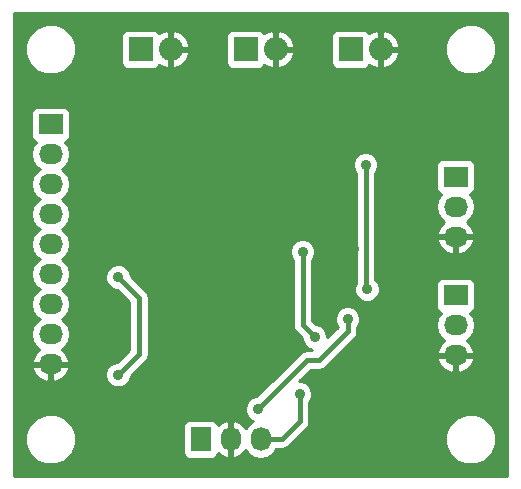
<source format=gbr>
G04 #@! TF.FileFunction,Copper,L2,Bot,Signal*
%FSLAX46Y46*%
G04 Gerber Fmt 4.6, Leading zero omitted, Abs format (unit mm)*
G04 Created by KiCad (PCBNEW (2014-11-23 BZR 5300)-product) date Tue 25 Nov 2014 12:27:08 AM EST*
%MOMM*%
G01*
G04 APERTURE LIST*
%ADD10C,0.100000*%
%ADD11R,2.032000X1.727200*%
%ADD12O,2.032000X1.727200*%
%ADD13R,1.727200X2.032000*%
%ADD14O,1.727200X2.032000*%
%ADD15R,2.032000X2.032000*%
%ADD16O,2.032000X2.032000*%
%ADD17C,0.889000*%
%ADD18C,0.406400*%
%ADD19C,0.254000*%
G04 APERTURE END LIST*
D10*
D11*
X191770000Y-102235000D03*
D12*
X191770000Y-104775000D03*
X191770000Y-107315000D03*
D11*
X191770000Y-112268000D03*
D12*
X191770000Y-114808000D03*
X191770000Y-117348000D03*
D13*
X170180000Y-124460000D03*
D14*
X172720000Y-124460000D03*
X175260000Y-124460000D03*
D11*
X157480000Y-97790000D03*
D12*
X157480000Y-100330000D03*
X157480000Y-102870000D03*
X157480000Y-105410000D03*
X157480000Y-107950000D03*
X157480000Y-110490000D03*
X157480000Y-113030000D03*
X157480000Y-115570000D03*
X157480000Y-118110000D03*
D15*
X165100000Y-91440000D03*
D16*
X167640000Y-91440000D03*
D15*
X173990000Y-91440000D03*
D16*
X176530000Y-91440000D03*
D15*
X182880000Y-91440000D03*
D16*
X185420000Y-91440000D03*
D17*
X163195000Y-110744000D03*
X163195000Y-118999000D03*
X168656000Y-109728000D03*
X186436000Y-97663000D03*
X168910000Y-97663000D03*
X175006000Y-97663000D03*
X178435000Y-99695000D03*
X183134000Y-108331000D03*
X184150000Y-119507000D03*
X184150000Y-101219000D03*
X184277000Y-111760000D03*
X182626000Y-114300000D03*
X175006000Y-121920000D03*
X178816000Y-108585000D03*
X179832000Y-115824000D03*
X178562000Y-120650000D03*
D18*
X164973000Y-112522000D02*
X163195000Y-110744000D01*
X164973000Y-117221000D02*
X164973000Y-112522000D01*
X163195000Y-118999000D02*
X164973000Y-117221000D01*
X186436000Y-97663000D02*
X186563000Y-97663000D01*
X184150000Y-111633000D02*
X184150000Y-101219000D01*
X184277000Y-111760000D02*
X184150000Y-111633000D01*
X182626000Y-115316000D02*
X182626000Y-114300000D01*
X180213000Y-117729000D02*
X182626000Y-115316000D01*
X179197000Y-117729000D02*
X180213000Y-117729000D01*
X175006000Y-121920000D02*
X179197000Y-117729000D01*
X178816000Y-114808000D02*
X178816000Y-108585000D01*
X179832000Y-115824000D02*
X178816000Y-114808000D01*
X175260000Y-124460000D02*
X177038000Y-124460000D01*
X178562000Y-122936000D02*
X178562000Y-120650000D01*
X177038000Y-124460000D02*
X178562000Y-122936000D01*
D19*
G36*
X196140000Y-127560000D02*
X195175240Y-127560000D01*
X195175240Y-124037211D01*
X195175240Y-91017211D01*
X194850910Y-90232273D01*
X194250886Y-89631200D01*
X193466515Y-89305501D01*
X192617211Y-89304760D01*
X191832273Y-89629090D01*
X191231200Y-90229114D01*
X190905501Y-91013485D01*
X190904760Y-91862789D01*
X191229090Y-92647727D01*
X191829114Y-93248800D01*
X192613485Y-93574499D01*
X193462789Y-93575240D01*
X194247727Y-93250910D01*
X194848800Y-92650886D01*
X195174499Y-91866515D01*
X195175240Y-91017211D01*
X195175240Y-124037211D01*
X194850910Y-123252273D01*
X194250886Y-122651200D01*
X193466515Y-122325501D01*
X193453345Y-122325489D01*
X193453345Y-114808000D01*
X193453345Y-104775000D01*
X193339271Y-104201511D01*
X193014415Y-103715330D01*
X192992219Y-103700499D01*
X193145698Y-103636927D01*
X193324327Y-103458299D01*
X193421000Y-103224910D01*
X193421000Y-102972291D01*
X193421000Y-101245091D01*
X193324327Y-101011702D01*
X193145699Y-100833073D01*
X192912310Y-100736400D01*
X192659691Y-100736400D01*
X190627691Y-100736400D01*
X190394302Y-100833073D01*
X190215673Y-101011701D01*
X190119000Y-101245090D01*
X190119000Y-101497709D01*
X190119000Y-103224909D01*
X190215673Y-103458298D01*
X190394301Y-103636927D01*
X190547779Y-103700500D01*
X190525585Y-103715330D01*
X190200729Y-104201511D01*
X190086655Y-104775000D01*
X190200729Y-105348489D01*
X190525585Y-105834670D01*
X190835069Y-106041460D01*
X190419268Y-106412964D01*
X190165291Y-106940209D01*
X190162642Y-106955974D01*
X190283783Y-107188000D01*
X191643000Y-107188000D01*
X191643000Y-107168000D01*
X191897000Y-107168000D01*
X191897000Y-107188000D01*
X193256217Y-107188000D01*
X193377358Y-106955974D01*
X193374709Y-106940209D01*
X193120732Y-106412964D01*
X192704930Y-106041460D01*
X193014415Y-105834670D01*
X193339271Y-105348489D01*
X193453345Y-104775000D01*
X193453345Y-114808000D01*
X193339271Y-114234511D01*
X193014415Y-113748330D01*
X192992219Y-113733499D01*
X193145698Y-113669927D01*
X193324327Y-113491299D01*
X193421000Y-113257910D01*
X193421000Y-113005291D01*
X193421000Y-111278091D01*
X193377358Y-111172730D01*
X193377358Y-107674026D01*
X193256217Y-107442000D01*
X191897000Y-107442000D01*
X191897000Y-108655924D01*
X192131913Y-108800184D01*
X192684320Y-108606954D01*
X193120732Y-108217036D01*
X193374709Y-107689791D01*
X193377358Y-107674026D01*
X193377358Y-111172730D01*
X193324327Y-111044702D01*
X193145699Y-110866073D01*
X192912310Y-110769400D01*
X192659691Y-110769400D01*
X191643000Y-110769400D01*
X191643000Y-108655924D01*
X191643000Y-107442000D01*
X190283783Y-107442000D01*
X190162642Y-107674026D01*
X190165291Y-107689791D01*
X190419268Y-108217036D01*
X190855680Y-108606954D01*
X191408087Y-108800184D01*
X191643000Y-108655924D01*
X191643000Y-110769400D01*
X190627691Y-110769400D01*
X190394302Y-110866073D01*
X190215673Y-111044701D01*
X190119000Y-111278090D01*
X190119000Y-111530709D01*
X190119000Y-113257909D01*
X190215673Y-113491298D01*
X190394301Y-113669927D01*
X190547779Y-113733500D01*
X190525585Y-113748330D01*
X190200729Y-114234511D01*
X190086655Y-114808000D01*
X190200729Y-115381489D01*
X190525585Y-115867670D01*
X190835069Y-116074460D01*
X190419268Y-116445964D01*
X190165291Y-116973209D01*
X190162642Y-116988974D01*
X190283783Y-117221000D01*
X191643000Y-117221000D01*
X191643000Y-117201000D01*
X191897000Y-117201000D01*
X191897000Y-117221000D01*
X193256217Y-117221000D01*
X193377358Y-116988974D01*
X193374709Y-116973209D01*
X193120732Y-116445964D01*
X192704930Y-116074460D01*
X193014415Y-115867670D01*
X193339271Y-115381489D01*
X193453345Y-114808000D01*
X193453345Y-122325489D01*
X193377358Y-122325423D01*
X193377358Y-117707026D01*
X193256217Y-117475000D01*
X191897000Y-117475000D01*
X191897000Y-118688924D01*
X192131913Y-118833184D01*
X192684320Y-118639954D01*
X193120732Y-118250036D01*
X193374709Y-117722791D01*
X193377358Y-117707026D01*
X193377358Y-122325423D01*
X192617211Y-122324760D01*
X191832273Y-122649090D01*
X191643000Y-122838032D01*
X191643000Y-118688924D01*
X191643000Y-117475000D01*
X190283783Y-117475000D01*
X190162642Y-117707026D01*
X190165291Y-117722791D01*
X190419268Y-118250036D01*
X190855680Y-118639954D01*
X191408087Y-118833184D01*
X191643000Y-118688924D01*
X191643000Y-122838032D01*
X191231200Y-123249114D01*
X190905501Y-124033485D01*
X190904760Y-124882789D01*
X191229090Y-125667727D01*
X191829114Y-126268800D01*
X192613485Y-126594499D01*
X193462789Y-126595240D01*
X194247727Y-126270910D01*
X194848800Y-125670886D01*
X195174499Y-124886515D01*
X195175240Y-124037211D01*
X195175240Y-127560000D01*
X187025975Y-127560000D01*
X187025975Y-91822944D01*
X187025975Y-91057056D01*
X186826385Y-90575182D01*
X186388379Y-90102812D01*
X185802946Y-89834017D01*
X185547000Y-89952633D01*
X185547000Y-91313000D01*
X186906836Y-91313000D01*
X187025975Y-91057056D01*
X187025975Y-91822944D01*
X186906836Y-91567000D01*
X185547000Y-91567000D01*
X185547000Y-92927367D01*
X185802946Y-93045983D01*
X186388379Y-92777188D01*
X186826385Y-92304818D01*
X187025975Y-91822944D01*
X187025975Y-127560000D01*
X185356687Y-127560000D01*
X185356687Y-111546216D01*
X185293000Y-111392081D01*
X185293000Y-92927367D01*
X185293000Y-91567000D01*
X185273000Y-91567000D01*
X185273000Y-91313000D01*
X185293000Y-91313000D01*
X185293000Y-89952633D01*
X185037054Y-89834017D01*
X184451621Y-90102812D01*
X184450692Y-90103812D01*
X184434327Y-90064302D01*
X184255699Y-89885673D01*
X184022310Y-89789000D01*
X183769691Y-89789000D01*
X181737691Y-89789000D01*
X181504302Y-89885673D01*
X181325673Y-90064301D01*
X181229000Y-90297690D01*
X181229000Y-90550309D01*
X181229000Y-92582309D01*
X181325673Y-92815698D01*
X181504301Y-92994327D01*
X181737690Y-93091000D01*
X181990309Y-93091000D01*
X184022309Y-93091000D01*
X184255698Y-92994327D01*
X184434327Y-92815699D01*
X184450693Y-92776187D01*
X184451621Y-92777188D01*
X185037054Y-93045983D01*
X185293000Y-92927367D01*
X185293000Y-111392081D01*
X185192689Y-111149311D01*
X184988200Y-110944464D01*
X184988200Y-101907574D01*
X185064622Y-101831286D01*
X185229313Y-101434668D01*
X185229687Y-101005216D01*
X185065689Y-100608311D01*
X184762286Y-100304378D01*
X184365668Y-100139687D01*
X183936216Y-100139313D01*
X183539311Y-100303311D01*
X183235378Y-100606714D01*
X183070687Y-101003332D01*
X183070313Y-101432784D01*
X183234311Y-101829689D01*
X183311800Y-101907313D01*
X183311800Y-111269518D01*
X183197687Y-111544332D01*
X183197313Y-111973784D01*
X183361311Y-112370689D01*
X183664714Y-112674622D01*
X184061332Y-112839313D01*
X184490784Y-112839687D01*
X184887689Y-112675689D01*
X185191622Y-112372286D01*
X185356313Y-111975668D01*
X185356687Y-111546216D01*
X185356687Y-127560000D01*
X183705687Y-127560000D01*
X183705687Y-114086216D01*
X183541689Y-113689311D01*
X183238286Y-113385378D01*
X182841668Y-113220687D01*
X182412216Y-113220313D01*
X182015311Y-113384311D01*
X181711378Y-113687714D01*
X181546687Y-114084332D01*
X181546313Y-114513784D01*
X181710311Y-114910689D01*
X181778054Y-114978551D01*
X180911482Y-115845123D01*
X180911687Y-115610216D01*
X180747689Y-115213311D01*
X180444286Y-114909378D01*
X180047668Y-114744687D01*
X179937985Y-114744591D01*
X179654200Y-114460806D01*
X179654200Y-109273574D01*
X179730622Y-109197286D01*
X179895313Y-108800668D01*
X179895687Y-108371216D01*
X179731689Y-107974311D01*
X179428286Y-107670378D01*
X179031668Y-107505687D01*
X178602216Y-107505313D01*
X178205311Y-107669311D01*
X178135975Y-107738526D01*
X178135975Y-91822944D01*
X178135975Y-91057056D01*
X177936385Y-90575182D01*
X177498379Y-90102812D01*
X176912946Y-89834017D01*
X176657000Y-89952633D01*
X176657000Y-91313000D01*
X178016836Y-91313000D01*
X178135975Y-91057056D01*
X178135975Y-91822944D01*
X178016836Y-91567000D01*
X176657000Y-91567000D01*
X176657000Y-92927367D01*
X176912946Y-93045983D01*
X177498379Y-92777188D01*
X177936385Y-92304818D01*
X178135975Y-91822944D01*
X178135975Y-107738526D01*
X177901378Y-107972714D01*
X177736687Y-108369332D01*
X177736313Y-108798784D01*
X177900311Y-109195689D01*
X177977800Y-109273313D01*
X177977800Y-114808000D01*
X178041604Y-115128766D01*
X178223303Y-115400697D01*
X178752407Y-115929801D01*
X178752313Y-116037784D01*
X178916311Y-116434689D01*
X179219714Y-116738622D01*
X179586197Y-116890800D01*
X179197000Y-116890800D01*
X178876234Y-116954604D01*
X178604303Y-117136303D01*
X176403000Y-119337605D01*
X176403000Y-92927367D01*
X176403000Y-91567000D01*
X176383000Y-91567000D01*
X176383000Y-91313000D01*
X176403000Y-91313000D01*
X176403000Y-89952633D01*
X176147054Y-89834017D01*
X175561621Y-90102812D01*
X175560692Y-90103812D01*
X175544327Y-90064302D01*
X175365699Y-89885673D01*
X175132310Y-89789000D01*
X174879691Y-89789000D01*
X172847691Y-89789000D01*
X172614302Y-89885673D01*
X172435673Y-90064301D01*
X172339000Y-90297690D01*
X172339000Y-90550309D01*
X172339000Y-92582309D01*
X172435673Y-92815698D01*
X172614301Y-92994327D01*
X172847690Y-93091000D01*
X173100309Y-93091000D01*
X175132309Y-93091000D01*
X175365698Y-92994327D01*
X175544327Y-92815699D01*
X175560693Y-92776187D01*
X175561621Y-92777188D01*
X176147054Y-93045983D01*
X176403000Y-92927367D01*
X176403000Y-119337605D01*
X174900198Y-120840407D01*
X174792216Y-120840313D01*
X174395311Y-121004311D01*
X174091378Y-121307714D01*
X173926687Y-121704332D01*
X173926313Y-122133784D01*
X174090311Y-122530689D01*
X174393714Y-122834622D01*
X174626078Y-122931108D01*
X174200330Y-123215585D01*
X173993539Y-123525069D01*
X173622036Y-123109268D01*
X173094791Y-122855291D01*
X173079026Y-122852642D01*
X172847000Y-122973783D01*
X172847000Y-124333000D01*
X172867000Y-124333000D01*
X172867000Y-124587000D01*
X172847000Y-124587000D01*
X172847000Y-125946217D01*
X173079026Y-126067358D01*
X173094791Y-126064709D01*
X173622036Y-125810732D01*
X173993539Y-125394930D01*
X174200330Y-125704415D01*
X174686511Y-126029271D01*
X175260000Y-126143345D01*
X175833489Y-126029271D01*
X176319670Y-125704415D01*
X176591094Y-125298200D01*
X177038000Y-125298200D01*
X177358765Y-125234396D01*
X177358766Y-125234396D01*
X177630697Y-125052697D01*
X179154697Y-123528697D01*
X179336395Y-123256766D01*
X179336396Y-123256765D01*
X179400200Y-122936000D01*
X179400200Y-121338574D01*
X179476622Y-121262286D01*
X179641313Y-120865668D01*
X179641687Y-120436216D01*
X179477689Y-120039311D01*
X179174286Y-119735378D01*
X178777668Y-119570687D01*
X178540913Y-119570480D01*
X179544194Y-118567200D01*
X180213000Y-118567200D01*
X180533765Y-118503396D01*
X180533766Y-118503396D01*
X180805697Y-118321697D01*
X183218697Y-115908697D01*
X183400396Y-115636766D01*
X183400396Y-115636765D01*
X183464200Y-115316000D01*
X183464200Y-114988574D01*
X183540622Y-114912286D01*
X183705313Y-114515668D01*
X183705687Y-114086216D01*
X183705687Y-127560000D01*
X172593000Y-127560000D01*
X172593000Y-125946217D01*
X172593000Y-124587000D01*
X172573000Y-124587000D01*
X172573000Y-124333000D01*
X172593000Y-124333000D01*
X172593000Y-122973783D01*
X172360974Y-122852642D01*
X172345209Y-122855291D01*
X171817964Y-123109268D01*
X171663758Y-123281860D01*
X171581927Y-123084302D01*
X171403299Y-122905673D01*
X171169910Y-122809000D01*
X170917291Y-122809000D01*
X169245975Y-122809000D01*
X169245975Y-91822944D01*
X169245975Y-91057056D01*
X169046385Y-90575182D01*
X168608379Y-90102812D01*
X168022946Y-89834017D01*
X167767000Y-89952633D01*
X167767000Y-91313000D01*
X169126836Y-91313000D01*
X169245975Y-91057056D01*
X169245975Y-91822944D01*
X169126836Y-91567000D01*
X167767000Y-91567000D01*
X167767000Y-92927367D01*
X168022946Y-93045983D01*
X168608379Y-92777188D01*
X169046385Y-92304818D01*
X169245975Y-91822944D01*
X169245975Y-122809000D01*
X169190091Y-122809000D01*
X168956702Y-122905673D01*
X168778073Y-123084301D01*
X168681400Y-123317690D01*
X168681400Y-123570309D01*
X168681400Y-125602309D01*
X168778073Y-125835698D01*
X168956701Y-126014327D01*
X169190090Y-126111000D01*
X169442709Y-126111000D01*
X171169909Y-126111000D01*
X171403298Y-126014327D01*
X171581927Y-125835699D01*
X171663758Y-125638139D01*
X171817964Y-125810732D01*
X172345209Y-126064709D01*
X172360974Y-126067358D01*
X172593000Y-125946217D01*
X172593000Y-127560000D01*
X167513000Y-127560000D01*
X167513000Y-92927367D01*
X167513000Y-91567000D01*
X167493000Y-91567000D01*
X167493000Y-91313000D01*
X167513000Y-91313000D01*
X167513000Y-89952633D01*
X167257054Y-89834017D01*
X166671621Y-90102812D01*
X166670692Y-90103812D01*
X166654327Y-90064302D01*
X166475699Y-89885673D01*
X166242310Y-89789000D01*
X165989691Y-89789000D01*
X163957691Y-89789000D01*
X163724302Y-89885673D01*
X163545673Y-90064301D01*
X163449000Y-90297690D01*
X163449000Y-90550309D01*
X163449000Y-92582309D01*
X163545673Y-92815698D01*
X163724301Y-92994327D01*
X163957690Y-93091000D01*
X164210309Y-93091000D01*
X166242309Y-93091000D01*
X166475698Y-92994327D01*
X166654327Y-92815699D01*
X166670693Y-92776187D01*
X166671621Y-92777188D01*
X167257054Y-93045983D01*
X167513000Y-92927367D01*
X167513000Y-127560000D01*
X165811200Y-127560000D01*
X165811200Y-117221000D01*
X165811200Y-112522000D01*
X165747396Y-112201235D01*
X165565697Y-111929303D01*
X164274592Y-110638198D01*
X164274687Y-110530216D01*
X164110689Y-110133311D01*
X163807286Y-109829378D01*
X163410668Y-109664687D01*
X162981216Y-109664313D01*
X162584311Y-109828311D01*
X162280378Y-110131714D01*
X162115687Y-110528332D01*
X162115313Y-110957784D01*
X162279311Y-111354689D01*
X162582714Y-111658622D01*
X162979332Y-111823313D01*
X163089014Y-111823408D01*
X164134800Y-112869194D01*
X164134800Y-116873806D01*
X163089198Y-117919407D01*
X162981216Y-117919313D01*
X162584311Y-118083311D01*
X162280378Y-118386714D01*
X162115687Y-118783332D01*
X162115313Y-119212784D01*
X162279311Y-119609689D01*
X162582714Y-119913622D01*
X162979332Y-120078313D01*
X163408784Y-120078687D01*
X163805689Y-119914689D01*
X164109622Y-119611286D01*
X164274313Y-119214668D01*
X164274408Y-119104985D01*
X165565697Y-117813697D01*
X165747396Y-117541765D01*
X165811200Y-117221000D01*
X165811200Y-127560000D01*
X159615240Y-127560000D01*
X159615240Y-124037211D01*
X159615240Y-91017211D01*
X159290910Y-90232273D01*
X158690886Y-89631200D01*
X157906515Y-89305501D01*
X157057211Y-89304760D01*
X156272273Y-89629090D01*
X155671200Y-90229114D01*
X155345501Y-91013485D01*
X155344760Y-91862789D01*
X155669090Y-92647727D01*
X156269114Y-93248800D01*
X157053485Y-93574499D01*
X157902789Y-93575240D01*
X158687727Y-93250910D01*
X159288800Y-92650886D01*
X159614499Y-91866515D01*
X159615240Y-91017211D01*
X159615240Y-124037211D01*
X159290910Y-123252273D01*
X159163345Y-123124484D01*
X159163345Y-115570000D01*
X159049271Y-114996511D01*
X158724415Y-114510330D01*
X158409634Y-114300000D01*
X158724415Y-114089670D01*
X159049271Y-113603489D01*
X159163345Y-113030000D01*
X159049271Y-112456511D01*
X158724415Y-111970330D01*
X158409634Y-111760000D01*
X158724415Y-111549670D01*
X159049271Y-111063489D01*
X159163345Y-110490000D01*
X159049271Y-109916511D01*
X158724415Y-109430330D01*
X158409634Y-109220000D01*
X158724415Y-109009670D01*
X159049271Y-108523489D01*
X159163345Y-107950000D01*
X159049271Y-107376511D01*
X158724415Y-106890330D01*
X158409634Y-106680000D01*
X158724415Y-106469670D01*
X159049271Y-105983489D01*
X159163345Y-105410000D01*
X159049271Y-104836511D01*
X158724415Y-104350330D01*
X158409634Y-104140000D01*
X158724415Y-103929670D01*
X159049271Y-103443489D01*
X159163345Y-102870000D01*
X159049271Y-102296511D01*
X158724415Y-101810330D01*
X158409634Y-101600000D01*
X158724415Y-101389670D01*
X159049271Y-100903489D01*
X159163345Y-100330000D01*
X159049271Y-99756511D01*
X158724415Y-99270330D01*
X158702219Y-99255499D01*
X158855698Y-99191927D01*
X159034327Y-99013299D01*
X159131000Y-98779910D01*
X159131000Y-98527291D01*
X159131000Y-96800091D01*
X159034327Y-96566702D01*
X158855699Y-96388073D01*
X158622310Y-96291400D01*
X158369691Y-96291400D01*
X156337691Y-96291400D01*
X156104302Y-96388073D01*
X155925673Y-96566701D01*
X155829000Y-96800090D01*
X155829000Y-97052709D01*
X155829000Y-98779909D01*
X155925673Y-99013298D01*
X156104301Y-99191927D01*
X156257779Y-99255500D01*
X156235585Y-99270330D01*
X155910729Y-99756511D01*
X155796655Y-100330000D01*
X155910729Y-100903489D01*
X156235585Y-101389670D01*
X156550365Y-101600000D01*
X156235585Y-101810330D01*
X155910729Y-102296511D01*
X155796655Y-102870000D01*
X155910729Y-103443489D01*
X156235585Y-103929670D01*
X156550365Y-104140000D01*
X156235585Y-104350330D01*
X155910729Y-104836511D01*
X155796655Y-105410000D01*
X155910729Y-105983489D01*
X156235585Y-106469670D01*
X156550365Y-106680000D01*
X156235585Y-106890330D01*
X155910729Y-107376511D01*
X155796655Y-107950000D01*
X155910729Y-108523489D01*
X156235585Y-109009670D01*
X156550365Y-109220000D01*
X156235585Y-109430330D01*
X155910729Y-109916511D01*
X155796655Y-110490000D01*
X155910729Y-111063489D01*
X156235585Y-111549670D01*
X156550365Y-111760000D01*
X156235585Y-111970330D01*
X155910729Y-112456511D01*
X155796655Y-113030000D01*
X155910729Y-113603489D01*
X156235585Y-114089670D01*
X156550365Y-114300000D01*
X156235585Y-114510330D01*
X155910729Y-114996511D01*
X155796655Y-115570000D01*
X155910729Y-116143489D01*
X156235585Y-116629670D01*
X156545069Y-116836460D01*
X156129268Y-117207964D01*
X155875291Y-117735209D01*
X155872642Y-117750974D01*
X155993783Y-117983000D01*
X157353000Y-117983000D01*
X157353000Y-117963000D01*
X157607000Y-117963000D01*
X157607000Y-117983000D01*
X158966217Y-117983000D01*
X159087358Y-117750974D01*
X159084709Y-117735209D01*
X158830732Y-117207964D01*
X158414930Y-116836460D01*
X158724415Y-116629670D01*
X159049271Y-116143489D01*
X159163345Y-115570000D01*
X159163345Y-123124484D01*
X159087358Y-123048365D01*
X159087358Y-118469026D01*
X158966217Y-118237000D01*
X157607000Y-118237000D01*
X157607000Y-119450924D01*
X157841913Y-119595184D01*
X158394320Y-119401954D01*
X158830732Y-119012036D01*
X159084709Y-118484791D01*
X159087358Y-118469026D01*
X159087358Y-123048365D01*
X158690886Y-122651200D01*
X157906515Y-122325501D01*
X157353000Y-122325018D01*
X157353000Y-119450924D01*
X157353000Y-118237000D01*
X155993783Y-118237000D01*
X155872642Y-118469026D01*
X155875291Y-118484791D01*
X156129268Y-119012036D01*
X156565680Y-119401954D01*
X157118087Y-119595184D01*
X157353000Y-119450924D01*
X157353000Y-122325018D01*
X157057211Y-122324760D01*
X156272273Y-122649090D01*
X155671200Y-123249114D01*
X155345501Y-124033485D01*
X155344760Y-124882789D01*
X155669090Y-125667727D01*
X156269114Y-126268800D01*
X157053485Y-126594499D01*
X157902789Y-126595240D01*
X158687727Y-126270910D01*
X159288800Y-125670886D01*
X159614499Y-124886515D01*
X159615240Y-124037211D01*
X159615240Y-127560000D01*
X154380000Y-127560000D01*
X154380000Y-88340000D01*
X196140000Y-88340000D01*
X196140000Y-127560000D01*
X196140000Y-127560000D01*
G37*
X196140000Y-127560000D02*
X195175240Y-127560000D01*
X195175240Y-124037211D01*
X195175240Y-91017211D01*
X194850910Y-90232273D01*
X194250886Y-89631200D01*
X193466515Y-89305501D01*
X192617211Y-89304760D01*
X191832273Y-89629090D01*
X191231200Y-90229114D01*
X190905501Y-91013485D01*
X190904760Y-91862789D01*
X191229090Y-92647727D01*
X191829114Y-93248800D01*
X192613485Y-93574499D01*
X193462789Y-93575240D01*
X194247727Y-93250910D01*
X194848800Y-92650886D01*
X195174499Y-91866515D01*
X195175240Y-91017211D01*
X195175240Y-124037211D01*
X194850910Y-123252273D01*
X194250886Y-122651200D01*
X193466515Y-122325501D01*
X193453345Y-122325489D01*
X193453345Y-114808000D01*
X193453345Y-104775000D01*
X193339271Y-104201511D01*
X193014415Y-103715330D01*
X192992219Y-103700499D01*
X193145698Y-103636927D01*
X193324327Y-103458299D01*
X193421000Y-103224910D01*
X193421000Y-102972291D01*
X193421000Y-101245091D01*
X193324327Y-101011702D01*
X193145699Y-100833073D01*
X192912310Y-100736400D01*
X192659691Y-100736400D01*
X190627691Y-100736400D01*
X190394302Y-100833073D01*
X190215673Y-101011701D01*
X190119000Y-101245090D01*
X190119000Y-101497709D01*
X190119000Y-103224909D01*
X190215673Y-103458298D01*
X190394301Y-103636927D01*
X190547779Y-103700500D01*
X190525585Y-103715330D01*
X190200729Y-104201511D01*
X190086655Y-104775000D01*
X190200729Y-105348489D01*
X190525585Y-105834670D01*
X190835069Y-106041460D01*
X190419268Y-106412964D01*
X190165291Y-106940209D01*
X190162642Y-106955974D01*
X190283783Y-107188000D01*
X191643000Y-107188000D01*
X191643000Y-107168000D01*
X191897000Y-107168000D01*
X191897000Y-107188000D01*
X193256217Y-107188000D01*
X193377358Y-106955974D01*
X193374709Y-106940209D01*
X193120732Y-106412964D01*
X192704930Y-106041460D01*
X193014415Y-105834670D01*
X193339271Y-105348489D01*
X193453345Y-104775000D01*
X193453345Y-114808000D01*
X193339271Y-114234511D01*
X193014415Y-113748330D01*
X192992219Y-113733499D01*
X193145698Y-113669927D01*
X193324327Y-113491299D01*
X193421000Y-113257910D01*
X193421000Y-113005291D01*
X193421000Y-111278091D01*
X193377358Y-111172730D01*
X193377358Y-107674026D01*
X193256217Y-107442000D01*
X191897000Y-107442000D01*
X191897000Y-108655924D01*
X192131913Y-108800184D01*
X192684320Y-108606954D01*
X193120732Y-108217036D01*
X193374709Y-107689791D01*
X193377358Y-107674026D01*
X193377358Y-111172730D01*
X193324327Y-111044702D01*
X193145699Y-110866073D01*
X192912310Y-110769400D01*
X192659691Y-110769400D01*
X191643000Y-110769400D01*
X191643000Y-108655924D01*
X191643000Y-107442000D01*
X190283783Y-107442000D01*
X190162642Y-107674026D01*
X190165291Y-107689791D01*
X190419268Y-108217036D01*
X190855680Y-108606954D01*
X191408087Y-108800184D01*
X191643000Y-108655924D01*
X191643000Y-110769400D01*
X190627691Y-110769400D01*
X190394302Y-110866073D01*
X190215673Y-111044701D01*
X190119000Y-111278090D01*
X190119000Y-111530709D01*
X190119000Y-113257909D01*
X190215673Y-113491298D01*
X190394301Y-113669927D01*
X190547779Y-113733500D01*
X190525585Y-113748330D01*
X190200729Y-114234511D01*
X190086655Y-114808000D01*
X190200729Y-115381489D01*
X190525585Y-115867670D01*
X190835069Y-116074460D01*
X190419268Y-116445964D01*
X190165291Y-116973209D01*
X190162642Y-116988974D01*
X190283783Y-117221000D01*
X191643000Y-117221000D01*
X191643000Y-117201000D01*
X191897000Y-117201000D01*
X191897000Y-117221000D01*
X193256217Y-117221000D01*
X193377358Y-116988974D01*
X193374709Y-116973209D01*
X193120732Y-116445964D01*
X192704930Y-116074460D01*
X193014415Y-115867670D01*
X193339271Y-115381489D01*
X193453345Y-114808000D01*
X193453345Y-122325489D01*
X193377358Y-122325423D01*
X193377358Y-117707026D01*
X193256217Y-117475000D01*
X191897000Y-117475000D01*
X191897000Y-118688924D01*
X192131913Y-118833184D01*
X192684320Y-118639954D01*
X193120732Y-118250036D01*
X193374709Y-117722791D01*
X193377358Y-117707026D01*
X193377358Y-122325423D01*
X192617211Y-122324760D01*
X191832273Y-122649090D01*
X191643000Y-122838032D01*
X191643000Y-118688924D01*
X191643000Y-117475000D01*
X190283783Y-117475000D01*
X190162642Y-117707026D01*
X190165291Y-117722791D01*
X190419268Y-118250036D01*
X190855680Y-118639954D01*
X191408087Y-118833184D01*
X191643000Y-118688924D01*
X191643000Y-122838032D01*
X191231200Y-123249114D01*
X190905501Y-124033485D01*
X190904760Y-124882789D01*
X191229090Y-125667727D01*
X191829114Y-126268800D01*
X192613485Y-126594499D01*
X193462789Y-126595240D01*
X194247727Y-126270910D01*
X194848800Y-125670886D01*
X195174499Y-124886515D01*
X195175240Y-124037211D01*
X195175240Y-127560000D01*
X187025975Y-127560000D01*
X187025975Y-91822944D01*
X187025975Y-91057056D01*
X186826385Y-90575182D01*
X186388379Y-90102812D01*
X185802946Y-89834017D01*
X185547000Y-89952633D01*
X185547000Y-91313000D01*
X186906836Y-91313000D01*
X187025975Y-91057056D01*
X187025975Y-91822944D01*
X186906836Y-91567000D01*
X185547000Y-91567000D01*
X185547000Y-92927367D01*
X185802946Y-93045983D01*
X186388379Y-92777188D01*
X186826385Y-92304818D01*
X187025975Y-91822944D01*
X187025975Y-127560000D01*
X185356687Y-127560000D01*
X185356687Y-111546216D01*
X185293000Y-111392081D01*
X185293000Y-92927367D01*
X185293000Y-91567000D01*
X185273000Y-91567000D01*
X185273000Y-91313000D01*
X185293000Y-91313000D01*
X185293000Y-89952633D01*
X185037054Y-89834017D01*
X184451621Y-90102812D01*
X184450692Y-90103812D01*
X184434327Y-90064302D01*
X184255699Y-89885673D01*
X184022310Y-89789000D01*
X183769691Y-89789000D01*
X181737691Y-89789000D01*
X181504302Y-89885673D01*
X181325673Y-90064301D01*
X181229000Y-90297690D01*
X181229000Y-90550309D01*
X181229000Y-92582309D01*
X181325673Y-92815698D01*
X181504301Y-92994327D01*
X181737690Y-93091000D01*
X181990309Y-93091000D01*
X184022309Y-93091000D01*
X184255698Y-92994327D01*
X184434327Y-92815699D01*
X184450693Y-92776187D01*
X184451621Y-92777188D01*
X185037054Y-93045983D01*
X185293000Y-92927367D01*
X185293000Y-111392081D01*
X185192689Y-111149311D01*
X184988200Y-110944464D01*
X184988200Y-101907574D01*
X185064622Y-101831286D01*
X185229313Y-101434668D01*
X185229687Y-101005216D01*
X185065689Y-100608311D01*
X184762286Y-100304378D01*
X184365668Y-100139687D01*
X183936216Y-100139313D01*
X183539311Y-100303311D01*
X183235378Y-100606714D01*
X183070687Y-101003332D01*
X183070313Y-101432784D01*
X183234311Y-101829689D01*
X183311800Y-101907313D01*
X183311800Y-111269518D01*
X183197687Y-111544332D01*
X183197313Y-111973784D01*
X183361311Y-112370689D01*
X183664714Y-112674622D01*
X184061332Y-112839313D01*
X184490784Y-112839687D01*
X184887689Y-112675689D01*
X185191622Y-112372286D01*
X185356313Y-111975668D01*
X185356687Y-111546216D01*
X185356687Y-127560000D01*
X183705687Y-127560000D01*
X183705687Y-114086216D01*
X183541689Y-113689311D01*
X183238286Y-113385378D01*
X182841668Y-113220687D01*
X182412216Y-113220313D01*
X182015311Y-113384311D01*
X181711378Y-113687714D01*
X181546687Y-114084332D01*
X181546313Y-114513784D01*
X181710311Y-114910689D01*
X181778054Y-114978551D01*
X180911482Y-115845123D01*
X180911687Y-115610216D01*
X180747689Y-115213311D01*
X180444286Y-114909378D01*
X180047668Y-114744687D01*
X179937985Y-114744591D01*
X179654200Y-114460806D01*
X179654200Y-109273574D01*
X179730622Y-109197286D01*
X179895313Y-108800668D01*
X179895687Y-108371216D01*
X179731689Y-107974311D01*
X179428286Y-107670378D01*
X179031668Y-107505687D01*
X178602216Y-107505313D01*
X178205311Y-107669311D01*
X178135975Y-107738526D01*
X178135975Y-91822944D01*
X178135975Y-91057056D01*
X177936385Y-90575182D01*
X177498379Y-90102812D01*
X176912946Y-89834017D01*
X176657000Y-89952633D01*
X176657000Y-91313000D01*
X178016836Y-91313000D01*
X178135975Y-91057056D01*
X178135975Y-91822944D01*
X178016836Y-91567000D01*
X176657000Y-91567000D01*
X176657000Y-92927367D01*
X176912946Y-93045983D01*
X177498379Y-92777188D01*
X177936385Y-92304818D01*
X178135975Y-91822944D01*
X178135975Y-107738526D01*
X177901378Y-107972714D01*
X177736687Y-108369332D01*
X177736313Y-108798784D01*
X177900311Y-109195689D01*
X177977800Y-109273313D01*
X177977800Y-114808000D01*
X178041604Y-115128766D01*
X178223303Y-115400697D01*
X178752407Y-115929801D01*
X178752313Y-116037784D01*
X178916311Y-116434689D01*
X179219714Y-116738622D01*
X179586197Y-116890800D01*
X179197000Y-116890800D01*
X178876234Y-116954604D01*
X178604303Y-117136303D01*
X176403000Y-119337605D01*
X176403000Y-92927367D01*
X176403000Y-91567000D01*
X176383000Y-91567000D01*
X176383000Y-91313000D01*
X176403000Y-91313000D01*
X176403000Y-89952633D01*
X176147054Y-89834017D01*
X175561621Y-90102812D01*
X175560692Y-90103812D01*
X175544327Y-90064302D01*
X175365699Y-89885673D01*
X175132310Y-89789000D01*
X174879691Y-89789000D01*
X172847691Y-89789000D01*
X172614302Y-89885673D01*
X172435673Y-90064301D01*
X172339000Y-90297690D01*
X172339000Y-90550309D01*
X172339000Y-92582309D01*
X172435673Y-92815698D01*
X172614301Y-92994327D01*
X172847690Y-93091000D01*
X173100309Y-93091000D01*
X175132309Y-93091000D01*
X175365698Y-92994327D01*
X175544327Y-92815699D01*
X175560693Y-92776187D01*
X175561621Y-92777188D01*
X176147054Y-93045983D01*
X176403000Y-92927367D01*
X176403000Y-119337605D01*
X174900198Y-120840407D01*
X174792216Y-120840313D01*
X174395311Y-121004311D01*
X174091378Y-121307714D01*
X173926687Y-121704332D01*
X173926313Y-122133784D01*
X174090311Y-122530689D01*
X174393714Y-122834622D01*
X174626078Y-122931108D01*
X174200330Y-123215585D01*
X173993539Y-123525069D01*
X173622036Y-123109268D01*
X173094791Y-122855291D01*
X173079026Y-122852642D01*
X172847000Y-122973783D01*
X172847000Y-124333000D01*
X172867000Y-124333000D01*
X172867000Y-124587000D01*
X172847000Y-124587000D01*
X172847000Y-125946217D01*
X173079026Y-126067358D01*
X173094791Y-126064709D01*
X173622036Y-125810732D01*
X173993539Y-125394930D01*
X174200330Y-125704415D01*
X174686511Y-126029271D01*
X175260000Y-126143345D01*
X175833489Y-126029271D01*
X176319670Y-125704415D01*
X176591094Y-125298200D01*
X177038000Y-125298200D01*
X177358765Y-125234396D01*
X177358766Y-125234396D01*
X177630697Y-125052697D01*
X179154697Y-123528697D01*
X179336395Y-123256766D01*
X179336396Y-123256765D01*
X179400200Y-122936000D01*
X179400200Y-121338574D01*
X179476622Y-121262286D01*
X179641313Y-120865668D01*
X179641687Y-120436216D01*
X179477689Y-120039311D01*
X179174286Y-119735378D01*
X178777668Y-119570687D01*
X178540913Y-119570480D01*
X179544194Y-118567200D01*
X180213000Y-118567200D01*
X180533765Y-118503396D01*
X180533766Y-118503396D01*
X180805697Y-118321697D01*
X183218697Y-115908697D01*
X183400396Y-115636766D01*
X183400396Y-115636765D01*
X183464200Y-115316000D01*
X183464200Y-114988574D01*
X183540622Y-114912286D01*
X183705313Y-114515668D01*
X183705687Y-114086216D01*
X183705687Y-127560000D01*
X172593000Y-127560000D01*
X172593000Y-125946217D01*
X172593000Y-124587000D01*
X172573000Y-124587000D01*
X172573000Y-124333000D01*
X172593000Y-124333000D01*
X172593000Y-122973783D01*
X172360974Y-122852642D01*
X172345209Y-122855291D01*
X171817964Y-123109268D01*
X171663758Y-123281860D01*
X171581927Y-123084302D01*
X171403299Y-122905673D01*
X171169910Y-122809000D01*
X170917291Y-122809000D01*
X169245975Y-122809000D01*
X169245975Y-91822944D01*
X169245975Y-91057056D01*
X169046385Y-90575182D01*
X168608379Y-90102812D01*
X168022946Y-89834017D01*
X167767000Y-89952633D01*
X167767000Y-91313000D01*
X169126836Y-91313000D01*
X169245975Y-91057056D01*
X169245975Y-91822944D01*
X169126836Y-91567000D01*
X167767000Y-91567000D01*
X167767000Y-92927367D01*
X168022946Y-93045983D01*
X168608379Y-92777188D01*
X169046385Y-92304818D01*
X169245975Y-91822944D01*
X169245975Y-122809000D01*
X169190091Y-122809000D01*
X168956702Y-122905673D01*
X168778073Y-123084301D01*
X168681400Y-123317690D01*
X168681400Y-123570309D01*
X168681400Y-125602309D01*
X168778073Y-125835698D01*
X168956701Y-126014327D01*
X169190090Y-126111000D01*
X169442709Y-126111000D01*
X171169909Y-126111000D01*
X171403298Y-126014327D01*
X171581927Y-125835699D01*
X171663758Y-125638139D01*
X171817964Y-125810732D01*
X172345209Y-126064709D01*
X172360974Y-126067358D01*
X172593000Y-125946217D01*
X172593000Y-127560000D01*
X167513000Y-127560000D01*
X167513000Y-92927367D01*
X167513000Y-91567000D01*
X167493000Y-91567000D01*
X167493000Y-91313000D01*
X167513000Y-91313000D01*
X167513000Y-89952633D01*
X167257054Y-89834017D01*
X166671621Y-90102812D01*
X166670692Y-90103812D01*
X166654327Y-90064302D01*
X166475699Y-89885673D01*
X166242310Y-89789000D01*
X165989691Y-89789000D01*
X163957691Y-89789000D01*
X163724302Y-89885673D01*
X163545673Y-90064301D01*
X163449000Y-90297690D01*
X163449000Y-90550309D01*
X163449000Y-92582309D01*
X163545673Y-92815698D01*
X163724301Y-92994327D01*
X163957690Y-93091000D01*
X164210309Y-93091000D01*
X166242309Y-93091000D01*
X166475698Y-92994327D01*
X166654327Y-92815699D01*
X166670693Y-92776187D01*
X166671621Y-92777188D01*
X167257054Y-93045983D01*
X167513000Y-92927367D01*
X167513000Y-127560000D01*
X165811200Y-127560000D01*
X165811200Y-117221000D01*
X165811200Y-112522000D01*
X165747396Y-112201235D01*
X165565697Y-111929303D01*
X164274592Y-110638198D01*
X164274687Y-110530216D01*
X164110689Y-110133311D01*
X163807286Y-109829378D01*
X163410668Y-109664687D01*
X162981216Y-109664313D01*
X162584311Y-109828311D01*
X162280378Y-110131714D01*
X162115687Y-110528332D01*
X162115313Y-110957784D01*
X162279311Y-111354689D01*
X162582714Y-111658622D01*
X162979332Y-111823313D01*
X163089014Y-111823408D01*
X164134800Y-112869194D01*
X164134800Y-116873806D01*
X163089198Y-117919407D01*
X162981216Y-117919313D01*
X162584311Y-118083311D01*
X162280378Y-118386714D01*
X162115687Y-118783332D01*
X162115313Y-119212784D01*
X162279311Y-119609689D01*
X162582714Y-119913622D01*
X162979332Y-120078313D01*
X163408784Y-120078687D01*
X163805689Y-119914689D01*
X164109622Y-119611286D01*
X164274313Y-119214668D01*
X164274408Y-119104985D01*
X165565697Y-117813697D01*
X165747396Y-117541765D01*
X165811200Y-117221000D01*
X165811200Y-127560000D01*
X159615240Y-127560000D01*
X159615240Y-124037211D01*
X159615240Y-91017211D01*
X159290910Y-90232273D01*
X158690886Y-89631200D01*
X157906515Y-89305501D01*
X157057211Y-89304760D01*
X156272273Y-89629090D01*
X155671200Y-90229114D01*
X155345501Y-91013485D01*
X155344760Y-91862789D01*
X155669090Y-92647727D01*
X156269114Y-93248800D01*
X157053485Y-93574499D01*
X157902789Y-93575240D01*
X158687727Y-93250910D01*
X159288800Y-92650886D01*
X159614499Y-91866515D01*
X159615240Y-91017211D01*
X159615240Y-124037211D01*
X159290910Y-123252273D01*
X159163345Y-123124484D01*
X159163345Y-115570000D01*
X159049271Y-114996511D01*
X158724415Y-114510330D01*
X158409634Y-114300000D01*
X158724415Y-114089670D01*
X159049271Y-113603489D01*
X159163345Y-113030000D01*
X159049271Y-112456511D01*
X158724415Y-111970330D01*
X158409634Y-111760000D01*
X158724415Y-111549670D01*
X159049271Y-111063489D01*
X159163345Y-110490000D01*
X159049271Y-109916511D01*
X158724415Y-109430330D01*
X158409634Y-109220000D01*
X158724415Y-109009670D01*
X159049271Y-108523489D01*
X159163345Y-107950000D01*
X159049271Y-107376511D01*
X158724415Y-106890330D01*
X158409634Y-106680000D01*
X158724415Y-106469670D01*
X159049271Y-105983489D01*
X159163345Y-105410000D01*
X159049271Y-104836511D01*
X158724415Y-104350330D01*
X158409634Y-104140000D01*
X158724415Y-103929670D01*
X159049271Y-103443489D01*
X159163345Y-102870000D01*
X159049271Y-102296511D01*
X158724415Y-101810330D01*
X158409634Y-101600000D01*
X158724415Y-101389670D01*
X159049271Y-100903489D01*
X159163345Y-100330000D01*
X159049271Y-99756511D01*
X158724415Y-99270330D01*
X158702219Y-99255499D01*
X158855698Y-99191927D01*
X159034327Y-99013299D01*
X159131000Y-98779910D01*
X159131000Y-98527291D01*
X159131000Y-96800091D01*
X159034327Y-96566702D01*
X158855699Y-96388073D01*
X158622310Y-96291400D01*
X158369691Y-96291400D01*
X156337691Y-96291400D01*
X156104302Y-96388073D01*
X155925673Y-96566701D01*
X155829000Y-96800090D01*
X155829000Y-97052709D01*
X155829000Y-98779909D01*
X155925673Y-99013298D01*
X156104301Y-99191927D01*
X156257779Y-99255500D01*
X156235585Y-99270330D01*
X155910729Y-99756511D01*
X155796655Y-100330000D01*
X155910729Y-100903489D01*
X156235585Y-101389670D01*
X156550365Y-101600000D01*
X156235585Y-101810330D01*
X155910729Y-102296511D01*
X155796655Y-102870000D01*
X155910729Y-103443489D01*
X156235585Y-103929670D01*
X156550365Y-104140000D01*
X156235585Y-104350330D01*
X155910729Y-104836511D01*
X155796655Y-105410000D01*
X155910729Y-105983489D01*
X156235585Y-106469670D01*
X156550365Y-106680000D01*
X156235585Y-106890330D01*
X155910729Y-107376511D01*
X155796655Y-107950000D01*
X155910729Y-108523489D01*
X156235585Y-109009670D01*
X156550365Y-109220000D01*
X156235585Y-109430330D01*
X155910729Y-109916511D01*
X155796655Y-110490000D01*
X155910729Y-111063489D01*
X156235585Y-111549670D01*
X156550365Y-111760000D01*
X156235585Y-111970330D01*
X155910729Y-112456511D01*
X155796655Y-113030000D01*
X155910729Y-113603489D01*
X156235585Y-114089670D01*
X156550365Y-114300000D01*
X156235585Y-114510330D01*
X155910729Y-114996511D01*
X155796655Y-115570000D01*
X155910729Y-116143489D01*
X156235585Y-116629670D01*
X156545069Y-116836460D01*
X156129268Y-117207964D01*
X155875291Y-117735209D01*
X155872642Y-117750974D01*
X155993783Y-117983000D01*
X157353000Y-117983000D01*
X157353000Y-117963000D01*
X157607000Y-117963000D01*
X157607000Y-117983000D01*
X158966217Y-117983000D01*
X159087358Y-117750974D01*
X159084709Y-117735209D01*
X158830732Y-117207964D01*
X158414930Y-116836460D01*
X158724415Y-116629670D01*
X159049271Y-116143489D01*
X159163345Y-115570000D01*
X159163345Y-123124484D01*
X159087358Y-123048365D01*
X159087358Y-118469026D01*
X158966217Y-118237000D01*
X157607000Y-118237000D01*
X157607000Y-119450924D01*
X157841913Y-119595184D01*
X158394320Y-119401954D01*
X158830732Y-119012036D01*
X159084709Y-118484791D01*
X159087358Y-118469026D01*
X159087358Y-123048365D01*
X158690886Y-122651200D01*
X157906515Y-122325501D01*
X157353000Y-122325018D01*
X157353000Y-119450924D01*
X157353000Y-118237000D01*
X155993783Y-118237000D01*
X155872642Y-118469026D01*
X155875291Y-118484791D01*
X156129268Y-119012036D01*
X156565680Y-119401954D01*
X157118087Y-119595184D01*
X157353000Y-119450924D01*
X157353000Y-122325018D01*
X157057211Y-122324760D01*
X156272273Y-122649090D01*
X155671200Y-123249114D01*
X155345501Y-124033485D01*
X155344760Y-124882789D01*
X155669090Y-125667727D01*
X156269114Y-126268800D01*
X157053485Y-126594499D01*
X157902789Y-126595240D01*
X158687727Y-126270910D01*
X159288800Y-125670886D01*
X159614499Y-124886515D01*
X159615240Y-124037211D01*
X159615240Y-127560000D01*
X154380000Y-127560000D01*
X154380000Y-88340000D01*
X196140000Y-88340000D01*
X196140000Y-127560000D01*
M02*

</source>
